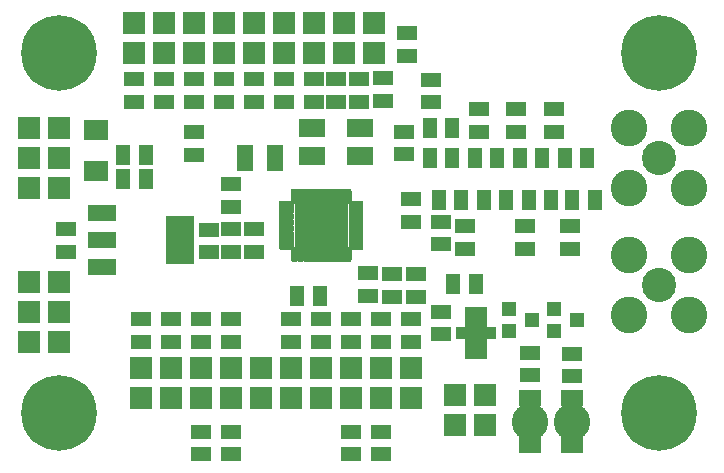
<source format=gbr>
G04 #@! TF.GenerationSoftware,KiCad,Pcbnew,(6.0.0-rc1-dev-1606-g4cd41e394)*
G04 #@! TF.CreationDate,2019-02-20T22:44:59+01:00
G04 #@! TF.ProjectId,ISM01A,49534d30-3141-42e6-9b69-6361645f7063,REV*
G04 #@! TF.SameCoordinates,Original*
G04 #@! TF.FileFunction,Soldermask,Bot*
G04 #@! TF.FilePolarity,Negative*
%FSLAX46Y46*%
G04 Gerber Fmt 4.6, Leading zero omitted, Abs format (unit mm)*
G04 Created by KiCad (PCBNEW (6.0.0-rc1-dev-1606-g4cd41e394)) date 20.02.2019 22:44:59*
%MOMM*%
%LPD*%
G04 APERTURE LIST*
%ADD10C,3.100000*%
%ADD11R,1.900000X1.450000*%
%ADD12R,1.289000X1.797000*%
%ADD13R,1.797000X1.289000*%
%ADD14R,1.900000X1.700000*%
%ADD15R,3.400000X1.100000*%
%ADD16R,2.100000X1.700000*%
%ADD17R,1.924000X1.924000*%
%ADD18C,6.400000*%
%ADD19R,2.200000X1.600000*%
%ADD20R,2.432000X4.057600*%
%ADD21R,2.432000X1.416000*%
%ADD22C,2.900000*%
%ADD23C,0.150000*%
%ADD24C,4.000000*%
%ADD25C,0.650000*%
%ADD26R,1.300000X1.200000*%
%ADD27R,1.400000X2.200000*%
G04 APERTURE END LIST*
D10*
X48514000Y4318000D03*
D11*
X48514000Y6318000D03*
X48514000Y2318000D03*
D10*
X44958000Y4318000D03*
D11*
X44958000Y6318000D03*
X44958000Y2318000D03*
D12*
X12446000Y24892000D03*
X10541000Y24892000D03*
X12446000Y26924000D03*
X10541000Y26924000D03*
D13*
X17780000Y20574000D03*
X17780000Y18669000D03*
X48387000Y18961100D03*
X48387000Y20866100D03*
X5715000Y18732500D03*
X5715000Y20637500D03*
X46990000Y28892500D03*
X46990000Y30797500D03*
X44577000Y20866100D03*
X44577000Y18961100D03*
X43815000Y30797500D03*
X43815000Y28892500D03*
X39497000Y18961100D03*
X39497000Y20866100D03*
X40640000Y28892500D03*
X40640000Y30797500D03*
X34925000Y21272500D03*
X34925000Y23177500D03*
D12*
X36512500Y26670000D03*
X38417500Y26670000D03*
D13*
X36576000Y31369000D03*
X36576000Y33274000D03*
X19685000Y18732500D03*
X19685000Y20637500D03*
X33274000Y14922500D03*
X33274000Y16827500D03*
X19685000Y22542500D03*
X19685000Y24447500D03*
X35306000Y16827500D03*
X35306000Y14922500D03*
X21590000Y18732500D03*
X21590000Y20637500D03*
X37465000Y11747500D03*
X37465000Y13652500D03*
X31242000Y16891000D03*
X31242000Y14986000D03*
D14*
X40386000Y13208000D03*
D15*
X40386000Y11858000D03*
D14*
X40386000Y10508000D03*
D13*
X32385000Y1587500D03*
X32385000Y3492500D03*
X29845000Y3492500D03*
X29845000Y1587500D03*
X30480000Y31432500D03*
X30480000Y33337500D03*
X34544000Y35306000D03*
X34544000Y37211000D03*
X19685000Y1587500D03*
X19685000Y3492500D03*
X17145000Y3492500D03*
X17145000Y1587500D03*
D16*
X8255000Y25555000D03*
X8255000Y29055000D03*
D17*
X2540000Y29210000D03*
X5080000Y29210000D03*
X2540000Y26670000D03*
X5080000Y26670000D03*
X2540000Y24130000D03*
X5080000Y24130000D03*
X5080000Y11049000D03*
X2540000Y11049000D03*
X5080000Y13589000D03*
X2540000Y13589000D03*
X5080000Y16129000D03*
X2540000Y16129000D03*
X19050000Y38100000D03*
X19050000Y35560000D03*
X21590000Y35560000D03*
X21590000Y38100000D03*
X24130000Y38100000D03*
X24130000Y35560000D03*
X26670000Y35560000D03*
X26670000Y38100000D03*
X24765000Y8890000D03*
X24765000Y6350000D03*
X19685000Y8890000D03*
X19685000Y6350000D03*
X17145000Y8890000D03*
X17145000Y6350000D03*
X14605000Y6350000D03*
X14605000Y8890000D03*
X12065000Y8890000D03*
X12065000Y6350000D03*
X11430000Y35560000D03*
X11430000Y38100000D03*
X13970000Y38100000D03*
X13970000Y35560000D03*
X34925000Y8890000D03*
X34925000Y6350000D03*
X16510000Y35560000D03*
X16510000Y38100000D03*
X27305000Y8890000D03*
X27305000Y6350000D03*
X32385000Y6350000D03*
X32385000Y8890000D03*
X29845000Y6350000D03*
X29845000Y8890000D03*
X29210000Y38100000D03*
X29210000Y35560000D03*
X31750000Y35560000D03*
X31750000Y38100000D03*
D12*
X50482500Y23114000D03*
X48577500Y23114000D03*
X49847500Y26670000D03*
X47942500Y26670000D03*
X44894500Y23088600D03*
X46799500Y23088600D03*
X46037500Y26670000D03*
X44132500Y26670000D03*
X41084500Y23088600D03*
X42989500Y23088600D03*
X40322500Y26670000D03*
X42227500Y26670000D03*
X37274500Y23088600D03*
X39179500Y23088600D03*
D13*
X37465000Y19367500D03*
X37465000Y21272500D03*
D12*
X38417500Y29210000D03*
X36512500Y29210000D03*
D13*
X34290000Y26987500D03*
X34290000Y28892500D03*
D18*
X5080000Y35560000D03*
X55880000Y5080000D03*
X5080000Y5080000D03*
X55880000Y35560000D03*
D12*
X38481000Y16002000D03*
X40386000Y16002000D03*
D13*
X19050000Y31432500D03*
X19050000Y33337500D03*
X21590000Y31432500D03*
X21590000Y33337500D03*
X24130000Y33337500D03*
X24130000Y31432500D03*
X26670000Y31432500D03*
X26670000Y33337500D03*
X24765000Y11112500D03*
X24765000Y13017500D03*
X19685000Y13017500D03*
X19685000Y11112500D03*
X17145000Y11112500D03*
X17145000Y13017500D03*
X14605000Y13017500D03*
X14605000Y11112500D03*
X12065000Y11112500D03*
X12065000Y13017500D03*
X11430000Y33337500D03*
X11430000Y31432500D03*
X13970000Y33337500D03*
X13970000Y31432500D03*
X34925000Y13017500D03*
X34925000Y11112500D03*
X16510000Y33337500D03*
X16510000Y31432500D03*
X27305000Y13017500D03*
X27305000Y11112500D03*
X32385000Y11112500D03*
X32385000Y13017500D03*
X29845000Y13017500D03*
X29845000Y11112500D03*
X28575000Y33337500D03*
X28575000Y31432500D03*
X32512000Y31496000D03*
X32512000Y33401000D03*
X16510000Y28829000D03*
X16510000Y26924000D03*
D12*
X27178000Y14986000D03*
X25273000Y14986000D03*
D13*
X48514000Y10096500D03*
X48514000Y8191500D03*
X44958000Y8255000D03*
X44958000Y10160000D03*
D19*
X30575000Y26810000D03*
X26575000Y26810000D03*
X26575000Y29210000D03*
X30575000Y29210000D03*
D20*
X15367000Y19685000D03*
D21*
X8763000Y19685000D03*
X8763000Y21971000D03*
X8763000Y17399000D03*
D22*
X55880000Y15875000D03*
D10*
X58420000Y13335000D03*
X53340000Y13335000D03*
X53340000Y18415000D03*
X58420000Y18415000D03*
X58420000Y29210000D03*
X53340000Y29210000D03*
X53340000Y24130000D03*
X58420000Y24130000D03*
D22*
X55880000Y26670000D03*
D23*
G36*
X29304451Y22953662D02*
G01*
X29331415Y22949663D01*
X29357858Y22943039D01*
X29383524Y22933856D01*
X29408167Y22922201D01*
X29431548Y22908186D01*
X29453443Y22891948D01*
X29473641Y22873641D01*
X29491948Y22853443D01*
X29508186Y22831548D01*
X29522201Y22808167D01*
X29533856Y22783524D01*
X29543039Y22757858D01*
X29549663Y22731415D01*
X29553662Y22704451D01*
X29555000Y22677224D01*
X29555000Y19232776D01*
X29553662Y19205549D01*
X29549663Y19178585D01*
X29543039Y19152142D01*
X29533856Y19126476D01*
X29522201Y19101833D01*
X29508186Y19078452D01*
X29491948Y19056557D01*
X29473641Y19036359D01*
X29453443Y19018052D01*
X29431548Y19001814D01*
X29408167Y18987799D01*
X29383524Y18976144D01*
X29357858Y18966961D01*
X29331415Y18960337D01*
X29304451Y18956338D01*
X29277224Y18955000D01*
X25332776Y18955000D01*
X25305549Y18956338D01*
X25278585Y18960337D01*
X25252142Y18966961D01*
X25226476Y18976144D01*
X25201833Y18987799D01*
X25178452Y19001814D01*
X25156557Y19018052D01*
X25136359Y19036359D01*
X25118052Y19056557D01*
X25101814Y19078452D01*
X25087799Y19101833D01*
X25076144Y19126476D01*
X25066961Y19152142D01*
X25060337Y19178585D01*
X25056338Y19205549D01*
X25055000Y19232776D01*
X25055000Y22677224D01*
X25056338Y22704451D01*
X25060337Y22731415D01*
X25066961Y22757858D01*
X25076144Y22783524D01*
X25087799Y22808167D01*
X25101814Y22831548D01*
X25118052Y22853443D01*
X25136359Y22873641D01*
X25156557Y22891948D01*
X25178452Y22908186D01*
X25201833Y22922201D01*
X25226476Y22933856D01*
X25252142Y22943039D01*
X25278585Y22949663D01*
X25305549Y22953662D01*
X25332776Y22955000D01*
X29277224Y22955000D01*
X29304451Y22953662D01*
X29304451Y22953662D01*
G37*
D24*
X27305000Y20955000D03*
D23*
G36*
X25233428Y24029218D02*
G01*
X25249202Y24026878D01*
X25264671Y24023003D01*
X25279686Y24017630D01*
X25294102Y24010812D01*
X25307780Y24002614D01*
X25320589Y23993114D01*
X25332405Y23982405D01*
X25343114Y23970589D01*
X25352614Y23957780D01*
X25360812Y23944102D01*
X25367630Y23929686D01*
X25373003Y23914671D01*
X25376878Y23899202D01*
X25379218Y23883428D01*
X25380000Y23867500D01*
X25380000Y22942500D01*
X25379218Y22926572D01*
X25376878Y22910798D01*
X25373003Y22895329D01*
X25367630Y22880314D01*
X25360812Y22865898D01*
X25352614Y22852220D01*
X25343114Y22839411D01*
X25332405Y22827595D01*
X25320589Y22816886D01*
X25307780Y22807386D01*
X25294102Y22799188D01*
X25279686Y22792370D01*
X25264671Y22786997D01*
X25249202Y22783122D01*
X25233428Y22780782D01*
X25217500Y22780000D01*
X24892500Y22780000D01*
X24876572Y22780782D01*
X24860798Y22783122D01*
X24845329Y22786997D01*
X24830314Y22792370D01*
X24815898Y22799188D01*
X24802220Y22807386D01*
X24789411Y22816886D01*
X24777595Y22827595D01*
X24766886Y22839411D01*
X24757386Y22852220D01*
X24749188Y22865898D01*
X24742370Y22880314D01*
X24736997Y22895329D01*
X24733122Y22910798D01*
X24730782Y22926572D01*
X24730000Y22942500D01*
X24730000Y23867500D01*
X24730782Y23883428D01*
X24733122Y23899202D01*
X24736997Y23914671D01*
X24742370Y23929686D01*
X24749188Y23944102D01*
X24757386Y23957780D01*
X24766886Y23970589D01*
X24777595Y23982405D01*
X24789411Y23993114D01*
X24802220Y24002614D01*
X24815898Y24010812D01*
X24830314Y24017630D01*
X24845329Y24023003D01*
X24860798Y24026878D01*
X24876572Y24029218D01*
X24892500Y24030000D01*
X25217500Y24030000D01*
X25233428Y24029218D01*
X25233428Y24029218D01*
G37*
D25*
X25055000Y23405000D03*
D23*
G36*
X25733428Y24029218D02*
G01*
X25749202Y24026878D01*
X25764671Y24023003D01*
X25779686Y24017630D01*
X25794102Y24010812D01*
X25807780Y24002614D01*
X25820589Y23993114D01*
X25832405Y23982405D01*
X25843114Y23970589D01*
X25852614Y23957780D01*
X25860812Y23944102D01*
X25867630Y23929686D01*
X25873003Y23914671D01*
X25876878Y23899202D01*
X25879218Y23883428D01*
X25880000Y23867500D01*
X25880000Y22942500D01*
X25879218Y22926572D01*
X25876878Y22910798D01*
X25873003Y22895329D01*
X25867630Y22880314D01*
X25860812Y22865898D01*
X25852614Y22852220D01*
X25843114Y22839411D01*
X25832405Y22827595D01*
X25820589Y22816886D01*
X25807780Y22807386D01*
X25794102Y22799188D01*
X25779686Y22792370D01*
X25764671Y22786997D01*
X25749202Y22783122D01*
X25733428Y22780782D01*
X25717500Y22780000D01*
X25392500Y22780000D01*
X25376572Y22780782D01*
X25360798Y22783122D01*
X25345329Y22786997D01*
X25330314Y22792370D01*
X25315898Y22799188D01*
X25302220Y22807386D01*
X25289411Y22816886D01*
X25277595Y22827595D01*
X25266886Y22839411D01*
X25257386Y22852220D01*
X25249188Y22865898D01*
X25242370Y22880314D01*
X25236997Y22895329D01*
X25233122Y22910798D01*
X25230782Y22926572D01*
X25230000Y22942500D01*
X25230000Y23867500D01*
X25230782Y23883428D01*
X25233122Y23899202D01*
X25236997Y23914671D01*
X25242370Y23929686D01*
X25249188Y23944102D01*
X25257386Y23957780D01*
X25266886Y23970589D01*
X25277595Y23982405D01*
X25289411Y23993114D01*
X25302220Y24002614D01*
X25315898Y24010812D01*
X25330314Y24017630D01*
X25345329Y24023003D01*
X25360798Y24026878D01*
X25376572Y24029218D01*
X25392500Y24030000D01*
X25717500Y24030000D01*
X25733428Y24029218D01*
X25733428Y24029218D01*
G37*
D25*
X25555000Y23405000D03*
D23*
G36*
X26233428Y24029218D02*
G01*
X26249202Y24026878D01*
X26264671Y24023003D01*
X26279686Y24017630D01*
X26294102Y24010812D01*
X26307780Y24002614D01*
X26320589Y23993114D01*
X26332405Y23982405D01*
X26343114Y23970589D01*
X26352614Y23957780D01*
X26360812Y23944102D01*
X26367630Y23929686D01*
X26373003Y23914671D01*
X26376878Y23899202D01*
X26379218Y23883428D01*
X26380000Y23867500D01*
X26380000Y22942500D01*
X26379218Y22926572D01*
X26376878Y22910798D01*
X26373003Y22895329D01*
X26367630Y22880314D01*
X26360812Y22865898D01*
X26352614Y22852220D01*
X26343114Y22839411D01*
X26332405Y22827595D01*
X26320589Y22816886D01*
X26307780Y22807386D01*
X26294102Y22799188D01*
X26279686Y22792370D01*
X26264671Y22786997D01*
X26249202Y22783122D01*
X26233428Y22780782D01*
X26217500Y22780000D01*
X25892500Y22780000D01*
X25876572Y22780782D01*
X25860798Y22783122D01*
X25845329Y22786997D01*
X25830314Y22792370D01*
X25815898Y22799188D01*
X25802220Y22807386D01*
X25789411Y22816886D01*
X25777595Y22827595D01*
X25766886Y22839411D01*
X25757386Y22852220D01*
X25749188Y22865898D01*
X25742370Y22880314D01*
X25736997Y22895329D01*
X25733122Y22910798D01*
X25730782Y22926572D01*
X25730000Y22942500D01*
X25730000Y23867500D01*
X25730782Y23883428D01*
X25733122Y23899202D01*
X25736997Y23914671D01*
X25742370Y23929686D01*
X25749188Y23944102D01*
X25757386Y23957780D01*
X25766886Y23970589D01*
X25777595Y23982405D01*
X25789411Y23993114D01*
X25802220Y24002614D01*
X25815898Y24010812D01*
X25830314Y24017630D01*
X25845329Y24023003D01*
X25860798Y24026878D01*
X25876572Y24029218D01*
X25892500Y24030000D01*
X26217500Y24030000D01*
X26233428Y24029218D01*
X26233428Y24029218D01*
G37*
D25*
X26055000Y23405000D03*
D23*
G36*
X26733428Y24029218D02*
G01*
X26749202Y24026878D01*
X26764671Y24023003D01*
X26779686Y24017630D01*
X26794102Y24010812D01*
X26807780Y24002614D01*
X26820589Y23993114D01*
X26832405Y23982405D01*
X26843114Y23970589D01*
X26852614Y23957780D01*
X26860812Y23944102D01*
X26867630Y23929686D01*
X26873003Y23914671D01*
X26876878Y23899202D01*
X26879218Y23883428D01*
X26880000Y23867500D01*
X26880000Y22942500D01*
X26879218Y22926572D01*
X26876878Y22910798D01*
X26873003Y22895329D01*
X26867630Y22880314D01*
X26860812Y22865898D01*
X26852614Y22852220D01*
X26843114Y22839411D01*
X26832405Y22827595D01*
X26820589Y22816886D01*
X26807780Y22807386D01*
X26794102Y22799188D01*
X26779686Y22792370D01*
X26764671Y22786997D01*
X26749202Y22783122D01*
X26733428Y22780782D01*
X26717500Y22780000D01*
X26392500Y22780000D01*
X26376572Y22780782D01*
X26360798Y22783122D01*
X26345329Y22786997D01*
X26330314Y22792370D01*
X26315898Y22799188D01*
X26302220Y22807386D01*
X26289411Y22816886D01*
X26277595Y22827595D01*
X26266886Y22839411D01*
X26257386Y22852220D01*
X26249188Y22865898D01*
X26242370Y22880314D01*
X26236997Y22895329D01*
X26233122Y22910798D01*
X26230782Y22926572D01*
X26230000Y22942500D01*
X26230000Y23867500D01*
X26230782Y23883428D01*
X26233122Y23899202D01*
X26236997Y23914671D01*
X26242370Y23929686D01*
X26249188Y23944102D01*
X26257386Y23957780D01*
X26266886Y23970589D01*
X26277595Y23982405D01*
X26289411Y23993114D01*
X26302220Y24002614D01*
X26315898Y24010812D01*
X26330314Y24017630D01*
X26345329Y24023003D01*
X26360798Y24026878D01*
X26376572Y24029218D01*
X26392500Y24030000D01*
X26717500Y24030000D01*
X26733428Y24029218D01*
X26733428Y24029218D01*
G37*
D25*
X26555000Y23405000D03*
D23*
G36*
X27233428Y24029218D02*
G01*
X27249202Y24026878D01*
X27264671Y24023003D01*
X27279686Y24017630D01*
X27294102Y24010812D01*
X27307780Y24002614D01*
X27320589Y23993114D01*
X27332405Y23982405D01*
X27343114Y23970589D01*
X27352614Y23957780D01*
X27360812Y23944102D01*
X27367630Y23929686D01*
X27373003Y23914671D01*
X27376878Y23899202D01*
X27379218Y23883428D01*
X27380000Y23867500D01*
X27380000Y22942500D01*
X27379218Y22926572D01*
X27376878Y22910798D01*
X27373003Y22895329D01*
X27367630Y22880314D01*
X27360812Y22865898D01*
X27352614Y22852220D01*
X27343114Y22839411D01*
X27332405Y22827595D01*
X27320589Y22816886D01*
X27307780Y22807386D01*
X27294102Y22799188D01*
X27279686Y22792370D01*
X27264671Y22786997D01*
X27249202Y22783122D01*
X27233428Y22780782D01*
X27217500Y22780000D01*
X26892500Y22780000D01*
X26876572Y22780782D01*
X26860798Y22783122D01*
X26845329Y22786997D01*
X26830314Y22792370D01*
X26815898Y22799188D01*
X26802220Y22807386D01*
X26789411Y22816886D01*
X26777595Y22827595D01*
X26766886Y22839411D01*
X26757386Y22852220D01*
X26749188Y22865898D01*
X26742370Y22880314D01*
X26736997Y22895329D01*
X26733122Y22910798D01*
X26730782Y22926572D01*
X26730000Y22942500D01*
X26730000Y23867500D01*
X26730782Y23883428D01*
X26733122Y23899202D01*
X26736997Y23914671D01*
X26742370Y23929686D01*
X26749188Y23944102D01*
X26757386Y23957780D01*
X26766886Y23970589D01*
X26777595Y23982405D01*
X26789411Y23993114D01*
X26802220Y24002614D01*
X26815898Y24010812D01*
X26830314Y24017630D01*
X26845329Y24023003D01*
X26860798Y24026878D01*
X26876572Y24029218D01*
X26892500Y24030000D01*
X27217500Y24030000D01*
X27233428Y24029218D01*
X27233428Y24029218D01*
G37*
D25*
X27055000Y23405000D03*
D23*
G36*
X27733428Y24029218D02*
G01*
X27749202Y24026878D01*
X27764671Y24023003D01*
X27779686Y24017630D01*
X27794102Y24010812D01*
X27807780Y24002614D01*
X27820589Y23993114D01*
X27832405Y23982405D01*
X27843114Y23970589D01*
X27852614Y23957780D01*
X27860812Y23944102D01*
X27867630Y23929686D01*
X27873003Y23914671D01*
X27876878Y23899202D01*
X27879218Y23883428D01*
X27880000Y23867500D01*
X27880000Y22942500D01*
X27879218Y22926572D01*
X27876878Y22910798D01*
X27873003Y22895329D01*
X27867630Y22880314D01*
X27860812Y22865898D01*
X27852614Y22852220D01*
X27843114Y22839411D01*
X27832405Y22827595D01*
X27820589Y22816886D01*
X27807780Y22807386D01*
X27794102Y22799188D01*
X27779686Y22792370D01*
X27764671Y22786997D01*
X27749202Y22783122D01*
X27733428Y22780782D01*
X27717500Y22780000D01*
X27392500Y22780000D01*
X27376572Y22780782D01*
X27360798Y22783122D01*
X27345329Y22786997D01*
X27330314Y22792370D01*
X27315898Y22799188D01*
X27302220Y22807386D01*
X27289411Y22816886D01*
X27277595Y22827595D01*
X27266886Y22839411D01*
X27257386Y22852220D01*
X27249188Y22865898D01*
X27242370Y22880314D01*
X27236997Y22895329D01*
X27233122Y22910798D01*
X27230782Y22926572D01*
X27230000Y22942500D01*
X27230000Y23867500D01*
X27230782Y23883428D01*
X27233122Y23899202D01*
X27236997Y23914671D01*
X27242370Y23929686D01*
X27249188Y23944102D01*
X27257386Y23957780D01*
X27266886Y23970589D01*
X27277595Y23982405D01*
X27289411Y23993114D01*
X27302220Y24002614D01*
X27315898Y24010812D01*
X27330314Y24017630D01*
X27345329Y24023003D01*
X27360798Y24026878D01*
X27376572Y24029218D01*
X27392500Y24030000D01*
X27717500Y24030000D01*
X27733428Y24029218D01*
X27733428Y24029218D01*
G37*
D25*
X27555000Y23405000D03*
D23*
G36*
X28233428Y24029218D02*
G01*
X28249202Y24026878D01*
X28264671Y24023003D01*
X28279686Y24017630D01*
X28294102Y24010812D01*
X28307780Y24002614D01*
X28320589Y23993114D01*
X28332405Y23982405D01*
X28343114Y23970589D01*
X28352614Y23957780D01*
X28360812Y23944102D01*
X28367630Y23929686D01*
X28373003Y23914671D01*
X28376878Y23899202D01*
X28379218Y23883428D01*
X28380000Y23867500D01*
X28380000Y22942500D01*
X28379218Y22926572D01*
X28376878Y22910798D01*
X28373003Y22895329D01*
X28367630Y22880314D01*
X28360812Y22865898D01*
X28352614Y22852220D01*
X28343114Y22839411D01*
X28332405Y22827595D01*
X28320589Y22816886D01*
X28307780Y22807386D01*
X28294102Y22799188D01*
X28279686Y22792370D01*
X28264671Y22786997D01*
X28249202Y22783122D01*
X28233428Y22780782D01*
X28217500Y22780000D01*
X27892500Y22780000D01*
X27876572Y22780782D01*
X27860798Y22783122D01*
X27845329Y22786997D01*
X27830314Y22792370D01*
X27815898Y22799188D01*
X27802220Y22807386D01*
X27789411Y22816886D01*
X27777595Y22827595D01*
X27766886Y22839411D01*
X27757386Y22852220D01*
X27749188Y22865898D01*
X27742370Y22880314D01*
X27736997Y22895329D01*
X27733122Y22910798D01*
X27730782Y22926572D01*
X27730000Y22942500D01*
X27730000Y23867500D01*
X27730782Y23883428D01*
X27733122Y23899202D01*
X27736997Y23914671D01*
X27742370Y23929686D01*
X27749188Y23944102D01*
X27757386Y23957780D01*
X27766886Y23970589D01*
X27777595Y23982405D01*
X27789411Y23993114D01*
X27802220Y24002614D01*
X27815898Y24010812D01*
X27830314Y24017630D01*
X27845329Y24023003D01*
X27860798Y24026878D01*
X27876572Y24029218D01*
X27892500Y24030000D01*
X28217500Y24030000D01*
X28233428Y24029218D01*
X28233428Y24029218D01*
G37*
D25*
X28055000Y23405000D03*
D23*
G36*
X28733428Y24029218D02*
G01*
X28749202Y24026878D01*
X28764671Y24023003D01*
X28779686Y24017630D01*
X28794102Y24010812D01*
X28807780Y24002614D01*
X28820589Y23993114D01*
X28832405Y23982405D01*
X28843114Y23970589D01*
X28852614Y23957780D01*
X28860812Y23944102D01*
X28867630Y23929686D01*
X28873003Y23914671D01*
X28876878Y23899202D01*
X28879218Y23883428D01*
X28880000Y23867500D01*
X28880000Y22942500D01*
X28879218Y22926572D01*
X28876878Y22910798D01*
X28873003Y22895329D01*
X28867630Y22880314D01*
X28860812Y22865898D01*
X28852614Y22852220D01*
X28843114Y22839411D01*
X28832405Y22827595D01*
X28820589Y22816886D01*
X28807780Y22807386D01*
X28794102Y22799188D01*
X28779686Y22792370D01*
X28764671Y22786997D01*
X28749202Y22783122D01*
X28733428Y22780782D01*
X28717500Y22780000D01*
X28392500Y22780000D01*
X28376572Y22780782D01*
X28360798Y22783122D01*
X28345329Y22786997D01*
X28330314Y22792370D01*
X28315898Y22799188D01*
X28302220Y22807386D01*
X28289411Y22816886D01*
X28277595Y22827595D01*
X28266886Y22839411D01*
X28257386Y22852220D01*
X28249188Y22865898D01*
X28242370Y22880314D01*
X28236997Y22895329D01*
X28233122Y22910798D01*
X28230782Y22926572D01*
X28230000Y22942500D01*
X28230000Y23867500D01*
X28230782Y23883428D01*
X28233122Y23899202D01*
X28236997Y23914671D01*
X28242370Y23929686D01*
X28249188Y23944102D01*
X28257386Y23957780D01*
X28266886Y23970589D01*
X28277595Y23982405D01*
X28289411Y23993114D01*
X28302220Y24002614D01*
X28315898Y24010812D01*
X28330314Y24017630D01*
X28345329Y24023003D01*
X28360798Y24026878D01*
X28376572Y24029218D01*
X28392500Y24030000D01*
X28717500Y24030000D01*
X28733428Y24029218D01*
X28733428Y24029218D01*
G37*
D25*
X28555000Y23405000D03*
D23*
G36*
X29233428Y24029218D02*
G01*
X29249202Y24026878D01*
X29264671Y24023003D01*
X29279686Y24017630D01*
X29294102Y24010812D01*
X29307780Y24002614D01*
X29320589Y23993114D01*
X29332405Y23982405D01*
X29343114Y23970589D01*
X29352614Y23957780D01*
X29360812Y23944102D01*
X29367630Y23929686D01*
X29373003Y23914671D01*
X29376878Y23899202D01*
X29379218Y23883428D01*
X29380000Y23867500D01*
X29380000Y22942500D01*
X29379218Y22926572D01*
X29376878Y22910798D01*
X29373003Y22895329D01*
X29367630Y22880314D01*
X29360812Y22865898D01*
X29352614Y22852220D01*
X29343114Y22839411D01*
X29332405Y22827595D01*
X29320589Y22816886D01*
X29307780Y22807386D01*
X29294102Y22799188D01*
X29279686Y22792370D01*
X29264671Y22786997D01*
X29249202Y22783122D01*
X29233428Y22780782D01*
X29217500Y22780000D01*
X28892500Y22780000D01*
X28876572Y22780782D01*
X28860798Y22783122D01*
X28845329Y22786997D01*
X28830314Y22792370D01*
X28815898Y22799188D01*
X28802220Y22807386D01*
X28789411Y22816886D01*
X28777595Y22827595D01*
X28766886Y22839411D01*
X28757386Y22852220D01*
X28749188Y22865898D01*
X28742370Y22880314D01*
X28736997Y22895329D01*
X28733122Y22910798D01*
X28730782Y22926572D01*
X28730000Y22942500D01*
X28730000Y23867500D01*
X28730782Y23883428D01*
X28733122Y23899202D01*
X28736997Y23914671D01*
X28742370Y23929686D01*
X28749188Y23944102D01*
X28757386Y23957780D01*
X28766886Y23970589D01*
X28777595Y23982405D01*
X28789411Y23993114D01*
X28802220Y24002614D01*
X28815898Y24010812D01*
X28830314Y24017630D01*
X28845329Y24023003D01*
X28860798Y24026878D01*
X28876572Y24029218D01*
X28892500Y24030000D01*
X29217500Y24030000D01*
X29233428Y24029218D01*
X29233428Y24029218D01*
G37*
D25*
X29055000Y23405000D03*
D23*
G36*
X29733428Y24029218D02*
G01*
X29749202Y24026878D01*
X29764671Y24023003D01*
X29779686Y24017630D01*
X29794102Y24010812D01*
X29807780Y24002614D01*
X29820589Y23993114D01*
X29832405Y23982405D01*
X29843114Y23970589D01*
X29852614Y23957780D01*
X29860812Y23944102D01*
X29867630Y23929686D01*
X29873003Y23914671D01*
X29876878Y23899202D01*
X29879218Y23883428D01*
X29880000Y23867500D01*
X29880000Y22942500D01*
X29879218Y22926572D01*
X29876878Y22910798D01*
X29873003Y22895329D01*
X29867630Y22880314D01*
X29860812Y22865898D01*
X29852614Y22852220D01*
X29843114Y22839411D01*
X29832405Y22827595D01*
X29820589Y22816886D01*
X29807780Y22807386D01*
X29794102Y22799188D01*
X29779686Y22792370D01*
X29764671Y22786997D01*
X29749202Y22783122D01*
X29733428Y22780782D01*
X29717500Y22780000D01*
X29392500Y22780000D01*
X29376572Y22780782D01*
X29360798Y22783122D01*
X29345329Y22786997D01*
X29330314Y22792370D01*
X29315898Y22799188D01*
X29302220Y22807386D01*
X29289411Y22816886D01*
X29277595Y22827595D01*
X29266886Y22839411D01*
X29257386Y22852220D01*
X29249188Y22865898D01*
X29242370Y22880314D01*
X29236997Y22895329D01*
X29233122Y22910798D01*
X29230782Y22926572D01*
X29230000Y22942500D01*
X29230000Y23867500D01*
X29230782Y23883428D01*
X29233122Y23899202D01*
X29236997Y23914671D01*
X29242370Y23929686D01*
X29249188Y23944102D01*
X29257386Y23957780D01*
X29266886Y23970589D01*
X29277595Y23982405D01*
X29289411Y23993114D01*
X29302220Y24002614D01*
X29315898Y24010812D01*
X29330314Y24017630D01*
X29345329Y24023003D01*
X29360798Y24026878D01*
X29376572Y24029218D01*
X29392500Y24030000D01*
X29717500Y24030000D01*
X29733428Y24029218D01*
X29733428Y24029218D01*
G37*
D25*
X29555000Y23405000D03*
D23*
G36*
X30733428Y23029218D02*
G01*
X30749202Y23026878D01*
X30764671Y23023003D01*
X30779686Y23017630D01*
X30794102Y23010812D01*
X30807780Y23002614D01*
X30820589Y22993114D01*
X30832405Y22982405D01*
X30843114Y22970589D01*
X30852614Y22957780D01*
X30860812Y22944102D01*
X30867630Y22929686D01*
X30873003Y22914671D01*
X30876878Y22899202D01*
X30879218Y22883428D01*
X30880000Y22867500D01*
X30880000Y22542500D01*
X30879218Y22526572D01*
X30876878Y22510798D01*
X30873003Y22495329D01*
X30867630Y22480314D01*
X30860812Y22465898D01*
X30852614Y22452220D01*
X30843114Y22439411D01*
X30832405Y22427595D01*
X30820589Y22416886D01*
X30807780Y22407386D01*
X30794102Y22399188D01*
X30779686Y22392370D01*
X30764671Y22386997D01*
X30749202Y22383122D01*
X30733428Y22380782D01*
X30717500Y22380000D01*
X29792500Y22380000D01*
X29776572Y22380782D01*
X29760798Y22383122D01*
X29745329Y22386997D01*
X29730314Y22392370D01*
X29715898Y22399188D01*
X29702220Y22407386D01*
X29689411Y22416886D01*
X29677595Y22427595D01*
X29666886Y22439411D01*
X29657386Y22452220D01*
X29649188Y22465898D01*
X29642370Y22480314D01*
X29636997Y22495329D01*
X29633122Y22510798D01*
X29630782Y22526572D01*
X29630000Y22542500D01*
X29630000Y22867500D01*
X29630782Y22883428D01*
X29633122Y22899202D01*
X29636997Y22914671D01*
X29642370Y22929686D01*
X29649188Y22944102D01*
X29657386Y22957780D01*
X29666886Y22970589D01*
X29677595Y22982405D01*
X29689411Y22993114D01*
X29702220Y23002614D01*
X29715898Y23010812D01*
X29730314Y23017630D01*
X29745329Y23023003D01*
X29760798Y23026878D01*
X29776572Y23029218D01*
X29792500Y23030000D01*
X30717500Y23030000D01*
X30733428Y23029218D01*
X30733428Y23029218D01*
G37*
D25*
X30255000Y22705000D03*
D23*
G36*
X30733428Y22529218D02*
G01*
X30749202Y22526878D01*
X30764671Y22523003D01*
X30779686Y22517630D01*
X30794102Y22510812D01*
X30807780Y22502614D01*
X30820589Y22493114D01*
X30832405Y22482405D01*
X30843114Y22470589D01*
X30852614Y22457780D01*
X30860812Y22444102D01*
X30867630Y22429686D01*
X30873003Y22414671D01*
X30876878Y22399202D01*
X30879218Y22383428D01*
X30880000Y22367500D01*
X30880000Y22042500D01*
X30879218Y22026572D01*
X30876878Y22010798D01*
X30873003Y21995329D01*
X30867630Y21980314D01*
X30860812Y21965898D01*
X30852614Y21952220D01*
X30843114Y21939411D01*
X30832405Y21927595D01*
X30820589Y21916886D01*
X30807780Y21907386D01*
X30794102Y21899188D01*
X30779686Y21892370D01*
X30764671Y21886997D01*
X30749202Y21883122D01*
X30733428Y21880782D01*
X30717500Y21880000D01*
X29792500Y21880000D01*
X29776572Y21880782D01*
X29760798Y21883122D01*
X29745329Y21886997D01*
X29730314Y21892370D01*
X29715898Y21899188D01*
X29702220Y21907386D01*
X29689411Y21916886D01*
X29677595Y21927595D01*
X29666886Y21939411D01*
X29657386Y21952220D01*
X29649188Y21965898D01*
X29642370Y21980314D01*
X29636997Y21995329D01*
X29633122Y22010798D01*
X29630782Y22026572D01*
X29630000Y22042500D01*
X29630000Y22367500D01*
X29630782Y22383428D01*
X29633122Y22399202D01*
X29636997Y22414671D01*
X29642370Y22429686D01*
X29649188Y22444102D01*
X29657386Y22457780D01*
X29666886Y22470589D01*
X29677595Y22482405D01*
X29689411Y22493114D01*
X29702220Y22502614D01*
X29715898Y22510812D01*
X29730314Y22517630D01*
X29745329Y22523003D01*
X29760798Y22526878D01*
X29776572Y22529218D01*
X29792500Y22530000D01*
X30717500Y22530000D01*
X30733428Y22529218D01*
X30733428Y22529218D01*
G37*
D25*
X30255000Y22205000D03*
D23*
G36*
X30733428Y22029218D02*
G01*
X30749202Y22026878D01*
X30764671Y22023003D01*
X30779686Y22017630D01*
X30794102Y22010812D01*
X30807780Y22002614D01*
X30820589Y21993114D01*
X30832405Y21982405D01*
X30843114Y21970589D01*
X30852614Y21957780D01*
X30860812Y21944102D01*
X30867630Y21929686D01*
X30873003Y21914671D01*
X30876878Y21899202D01*
X30879218Y21883428D01*
X30880000Y21867500D01*
X30880000Y21542500D01*
X30879218Y21526572D01*
X30876878Y21510798D01*
X30873003Y21495329D01*
X30867630Y21480314D01*
X30860812Y21465898D01*
X30852614Y21452220D01*
X30843114Y21439411D01*
X30832405Y21427595D01*
X30820589Y21416886D01*
X30807780Y21407386D01*
X30794102Y21399188D01*
X30779686Y21392370D01*
X30764671Y21386997D01*
X30749202Y21383122D01*
X30733428Y21380782D01*
X30717500Y21380000D01*
X29792500Y21380000D01*
X29776572Y21380782D01*
X29760798Y21383122D01*
X29745329Y21386997D01*
X29730314Y21392370D01*
X29715898Y21399188D01*
X29702220Y21407386D01*
X29689411Y21416886D01*
X29677595Y21427595D01*
X29666886Y21439411D01*
X29657386Y21452220D01*
X29649188Y21465898D01*
X29642370Y21480314D01*
X29636997Y21495329D01*
X29633122Y21510798D01*
X29630782Y21526572D01*
X29630000Y21542500D01*
X29630000Y21867500D01*
X29630782Y21883428D01*
X29633122Y21899202D01*
X29636997Y21914671D01*
X29642370Y21929686D01*
X29649188Y21944102D01*
X29657386Y21957780D01*
X29666886Y21970589D01*
X29677595Y21982405D01*
X29689411Y21993114D01*
X29702220Y22002614D01*
X29715898Y22010812D01*
X29730314Y22017630D01*
X29745329Y22023003D01*
X29760798Y22026878D01*
X29776572Y22029218D01*
X29792500Y22030000D01*
X30717500Y22030000D01*
X30733428Y22029218D01*
X30733428Y22029218D01*
G37*
D25*
X30255000Y21705000D03*
D23*
G36*
X30733428Y21529218D02*
G01*
X30749202Y21526878D01*
X30764671Y21523003D01*
X30779686Y21517630D01*
X30794102Y21510812D01*
X30807780Y21502614D01*
X30820589Y21493114D01*
X30832405Y21482405D01*
X30843114Y21470589D01*
X30852614Y21457780D01*
X30860812Y21444102D01*
X30867630Y21429686D01*
X30873003Y21414671D01*
X30876878Y21399202D01*
X30879218Y21383428D01*
X30880000Y21367500D01*
X30880000Y21042500D01*
X30879218Y21026572D01*
X30876878Y21010798D01*
X30873003Y20995329D01*
X30867630Y20980314D01*
X30860812Y20965898D01*
X30852614Y20952220D01*
X30843114Y20939411D01*
X30832405Y20927595D01*
X30820589Y20916886D01*
X30807780Y20907386D01*
X30794102Y20899188D01*
X30779686Y20892370D01*
X30764671Y20886997D01*
X30749202Y20883122D01*
X30733428Y20880782D01*
X30717500Y20880000D01*
X29792500Y20880000D01*
X29776572Y20880782D01*
X29760798Y20883122D01*
X29745329Y20886997D01*
X29730314Y20892370D01*
X29715898Y20899188D01*
X29702220Y20907386D01*
X29689411Y20916886D01*
X29677595Y20927595D01*
X29666886Y20939411D01*
X29657386Y20952220D01*
X29649188Y20965898D01*
X29642370Y20980314D01*
X29636997Y20995329D01*
X29633122Y21010798D01*
X29630782Y21026572D01*
X29630000Y21042500D01*
X29630000Y21367500D01*
X29630782Y21383428D01*
X29633122Y21399202D01*
X29636997Y21414671D01*
X29642370Y21429686D01*
X29649188Y21444102D01*
X29657386Y21457780D01*
X29666886Y21470589D01*
X29677595Y21482405D01*
X29689411Y21493114D01*
X29702220Y21502614D01*
X29715898Y21510812D01*
X29730314Y21517630D01*
X29745329Y21523003D01*
X29760798Y21526878D01*
X29776572Y21529218D01*
X29792500Y21530000D01*
X30717500Y21530000D01*
X30733428Y21529218D01*
X30733428Y21529218D01*
G37*
D25*
X30255000Y21205000D03*
D23*
G36*
X30733428Y21029218D02*
G01*
X30749202Y21026878D01*
X30764671Y21023003D01*
X30779686Y21017630D01*
X30794102Y21010812D01*
X30807780Y21002614D01*
X30820589Y20993114D01*
X30832405Y20982405D01*
X30843114Y20970589D01*
X30852614Y20957780D01*
X30860812Y20944102D01*
X30867630Y20929686D01*
X30873003Y20914671D01*
X30876878Y20899202D01*
X30879218Y20883428D01*
X30880000Y20867500D01*
X30880000Y20542500D01*
X30879218Y20526572D01*
X30876878Y20510798D01*
X30873003Y20495329D01*
X30867630Y20480314D01*
X30860812Y20465898D01*
X30852614Y20452220D01*
X30843114Y20439411D01*
X30832405Y20427595D01*
X30820589Y20416886D01*
X30807780Y20407386D01*
X30794102Y20399188D01*
X30779686Y20392370D01*
X30764671Y20386997D01*
X30749202Y20383122D01*
X30733428Y20380782D01*
X30717500Y20380000D01*
X29792500Y20380000D01*
X29776572Y20380782D01*
X29760798Y20383122D01*
X29745329Y20386997D01*
X29730314Y20392370D01*
X29715898Y20399188D01*
X29702220Y20407386D01*
X29689411Y20416886D01*
X29677595Y20427595D01*
X29666886Y20439411D01*
X29657386Y20452220D01*
X29649188Y20465898D01*
X29642370Y20480314D01*
X29636997Y20495329D01*
X29633122Y20510798D01*
X29630782Y20526572D01*
X29630000Y20542500D01*
X29630000Y20867500D01*
X29630782Y20883428D01*
X29633122Y20899202D01*
X29636997Y20914671D01*
X29642370Y20929686D01*
X29649188Y20944102D01*
X29657386Y20957780D01*
X29666886Y20970589D01*
X29677595Y20982405D01*
X29689411Y20993114D01*
X29702220Y21002614D01*
X29715898Y21010812D01*
X29730314Y21017630D01*
X29745329Y21023003D01*
X29760798Y21026878D01*
X29776572Y21029218D01*
X29792500Y21030000D01*
X30717500Y21030000D01*
X30733428Y21029218D01*
X30733428Y21029218D01*
G37*
D25*
X30255000Y20705000D03*
D23*
G36*
X30733428Y20529218D02*
G01*
X30749202Y20526878D01*
X30764671Y20523003D01*
X30779686Y20517630D01*
X30794102Y20510812D01*
X30807780Y20502614D01*
X30820589Y20493114D01*
X30832405Y20482405D01*
X30843114Y20470589D01*
X30852614Y20457780D01*
X30860812Y20444102D01*
X30867630Y20429686D01*
X30873003Y20414671D01*
X30876878Y20399202D01*
X30879218Y20383428D01*
X30880000Y20367500D01*
X30880000Y20042500D01*
X30879218Y20026572D01*
X30876878Y20010798D01*
X30873003Y19995329D01*
X30867630Y19980314D01*
X30860812Y19965898D01*
X30852614Y19952220D01*
X30843114Y19939411D01*
X30832405Y19927595D01*
X30820589Y19916886D01*
X30807780Y19907386D01*
X30794102Y19899188D01*
X30779686Y19892370D01*
X30764671Y19886997D01*
X30749202Y19883122D01*
X30733428Y19880782D01*
X30717500Y19880000D01*
X29792500Y19880000D01*
X29776572Y19880782D01*
X29760798Y19883122D01*
X29745329Y19886997D01*
X29730314Y19892370D01*
X29715898Y19899188D01*
X29702220Y19907386D01*
X29689411Y19916886D01*
X29677595Y19927595D01*
X29666886Y19939411D01*
X29657386Y19952220D01*
X29649188Y19965898D01*
X29642370Y19980314D01*
X29636997Y19995329D01*
X29633122Y20010798D01*
X29630782Y20026572D01*
X29630000Y20042500D01*
X29630000Y20367500D01*
X29630782Y20383428D01*
X29633122Y20399202D01*
X29636997Y20414671D01*
X29642370Y20429686D01*
X29649188Y20444102D01*
X29657386Y20457780D01*
X29666886Y20470589D01*
X29677595Y20482405D01*
X29689411Y20493114D01*
X29702220Y20502614D01*
X29715898Y20510812D01*
X29730314Y20517630D01*
X29745329Y20523003D01*
X29760798Y20526878D01*
X29776572Y20529218D01*
X29792500Y20530000D01*
X30717500Y20530000D01*
X30733428Y20529218D01*
X30733428Y20529218D01*
G37*
D25*
X30255000Y20205000D03*
D23*
G36*
X30733428Y20029218D02*
G01*
X30749202Y20026878D01*
X30764671Y20023003D01*
X30779686Y20017630D01*
X30794102Y20010812D01*
X30807780Y20002614D01*
X30820589Y19993114D01*
X30832405Y19982405D01*
X30843114Y19970589D01*
X30852614Y19957780D01*
X30860812Y19944102D01*
X30867630Y19929686D01*
X30873003Y19914671D01*
X30876878Y19899202D01*
X30879218Y19883428D01*
X30880000Y19867500D01*
X30880000Y19542500D01*
X30879218Y19526572D01*
X30876878Y19510798D01*
X30873003Y19495329D01*
X30867630Y19480314D01*
X30860812Y19465898D01*
X30852614Y19452220D01*
X30843114Y19439411D01*
X30832405Y19427595D01*
X30820589Y19416886D01*
X30807780Y19407386D01*
X30794102Y19399188D01*
X30779686Y19392370D01*
X30764671Y19386997D01*
X30749202Y19383122D01*
X30733428Y19380782D01*
X30717500Y19380000D01*
X29792500Y19380000D01*
X29776572Y19380782D01*
X29760798Y19383122D01*
X29745329Y19386997D01*
X29730314Y19392370D01*
X29715898Y19399188D01*
X29702220Y19407386D01*
X29689411Y19416886D01*
X29677595Y19427595D01*
X29666886Y19439411D01*
X29657386Y19452220D01*
X29649188Y19465898D01*
X29642370Y19480314D01*
X29636997Y19495329D01*
X29633122Y19510798D01*
X29630782Y19526572D01*
X29630000Y19542500D01*
X29630000Y19867500D01*
X29630782Y19883428D01*
X29633122Y19899202D01*
X29636997Y19914671D01*
X29642370Y19929686D01*
X29649188Y19944102D01*
X29657386Y19957780D01*
X29666886Y19970589D01*
X29677595Y19982405D01*
X29689411Y19993114D01*
X29702220Y20002614D01*
X29715898Y20010812D01*
X29730314Y20017630D01*
X29745329Y20023003D01*
X29760798Y20026878D01*
X29776572Y20029218D01*
X29792500Y20030000D01*
X30717500Y20030000D01*
X30733428Y20029218D01*
X30733428Y20029218D01*
G37*
D25*
X30255000Y19705000D03*
D23*
G36*
X30733428Y19529218D02*
G01*
X30749202Y19526878D01*
X30764671Y19523003D01*
X30779686Y19517630D01*
X30794102Y19510812D01*
X30807780Y19502614D01*
X30820589Y19493114D01*
X30832405Y19482405D01*
X30843114Y19470589D01*
X30852614Y19457780D01*
X30860812Y19444102D01*
X30867630Y19429686D01*
X30873003Y19414671D01*
X30876878Y19399202D01*
X30879218Y19383428D01*
X30880000Y19367500D01*
X30880000Y19042500D01*
X30879218Y19026572D01*
X30876878Y19010798D01*
X30873003Y18995329D01*
X30867630Y18980314D01*
X30860812Y18965898D01*
X30852614Y18952220D01*
X30843114Y18939411D01*
X30832405Y18927595D01*
X30820589Y18916886D01*
X30807780Y18907386D01*
X30794102Y18899188D01*
X30779686Y18892370D01*
X30764671Y18886997D01*
X30749202Y18883122D01*
X30733428Y18880782D01*
X30717500Y18880000D01*
X29792500Y18880000D01*
X29776572Y18880782D01*
X29760798Y18883122D01*
X29745329Y18886997D01*
X29730314Y18892370D01*
X29715898Y18899188D01*
X29702220Y18907386D01*
X29689411Y18916886D01*
X29677595Y18927595D01*
X29666886Y18939411D01*
X29657386Y18952220D01*
X29649188Y18965898D01*
X29642370Y18980314D01*
X29636997Y18995329D01*
X29633122Y19010798D01*
X29630782Y19026572D01*
X29630000Y19042500D01*
X29630000Y19367500D01*
X29630782Y19383428D01*
X29633122Y19399202D01*
X29636997Y19414671D01*
X29642370Y19429686D01*
X29649188Y19444102D01*
X29657386Y19457780D01*
X29666886Y19470589D01*
X29677595Y19482405D01*
X29689411Y19493114D01*
X29702220Y19502614D01*
X29715898Y19510812D01*
X29730314Y19517630D01*
X29745329Y19523003D01*
X29760798Y19526878D01*
X29776572Y19529218D01*
X29792500Y19530000D01*
X30717500Y19530000D01*
X30733428Y19529218D01*
X30733428Y19529218D01*
G37*
D25*
X30255000Y19205000D03*
D23*
G36*
X29733428Y19129218D02*
G01*
X29749202Y19126878D01*
X29764671Y19123003D01*
X29779686Y19117630D01*
X29794102Y19110812D01*
X29807780Y19102614D01*
X29820589Y19093114D01*
X29832405Y19082405D01*
X29843114Y19070589D01*
X29852614Y19057780D01*
X29860812Y19044102D01*
X29867630Y19029686D01*
X29873003Y19014671D01*
X29876878Y18999202D01*
X29879218Y18983428D01*
X29880000Y18967500D01*
X29880000Y18042500D01*
X29879218Y18026572D01*
X29876878Y18010798D01*
X29873003Y17995329D01*
X29867630Y17980314D01*
X29860812Y17965898D01*
X29852614Y17952220D01*
X29843114Y17939411D01*
X29832405Y17927595D01*
X29820589Y17916886D01*
X29807780Y17907386D01*
X29794102Y17899188D01*
X29779686Y17892370D01*
X29764671Y17886997D01*
X29749202Y17883122D01*
X29733428Y17880782D01*
X29717500Y17880000D01*
X29392500Y17880000D01*
X29376572Y17880782D01*
X29360798Y17883122D01*
X29345329Y17886997D01*
X29330314Y17892370D01*
X29315898Y17899188D01*
X29302220Y17907386D01*
X29289411Y17916886D01*
X29277595Y17927595D01*
X29266886Y17939411D01*
X29257386Y17952220D01*
X29249188Y17965898D01*
X29242370Y17980314D01*
X29236997Y17995329D01*
X29233122Y18010798D01*
X29230782Y18026572D01*
X29230000Y18042500D01*
X29230000Y18967500D01*
X29230782Y18983428D01*
X29233122Y18999202D01*
X29236997Y19014671D01*
X29242370Y19029686D01*
X29249188Y19044102D01*
X29257386Y19057780D01*
X29266886Y19070589D01*
X29277595Y19082405D01*
X29289411Y19093114D01*
X29302220Y19102614D01*
X29315898Y19110812D01*
X29330314Y19117630D01*
X29345329Y19123003D01*
X29360798Y19126878D01*
X29376572Y19129218D01*
X29392500Y19130000D01*
X29717500Y19130000D01*
X29733428Y19129218D01*
X29733428Y19129218D01*
G37*
D25*
X29555000Y18505000D03*
D23*
G36*
X29233428Y19129218D02*
G01*
X29249202Y19126878D01*
X29264671Y19123003D01*
X29279686Y19117630D01*
X29294102Y19110812D01*
X29307780Y19102614D01*
X29320589Y19093114D01*
X29332405Y19082405D01*
X29343114Y19070589D01*
X29352614Y19057780D01*
X29360812Y19044102D01*
X29367630Y19029686D01*
X29373003Y19014671D01*
X29376878Y18999202D01*
X29379218Y18983428D01*
X29380000Y18967500D01*
X29380000Y18042500D01*
X29379218Y18026572D01*
X29376878Y18010798D01*
X29373003Y17995329D01*
X29367630Y17980314D01*
X29360812Y17965898D01*
X29352614Y17952220D01*
X29343114Y17939411D01*
X29332405Y17927595D01*
X29320589Y17916886D01*
X29307780Y17907386D01*
X29294102Y17899188D01*
X29279686Y17892370D01*
X29264671Y17886997D01*
X29249202Y17883122D01*
X29233428Y17880782D01*
X29217500Y17880000D01*
X28892500Y17880000D01*
X28876572Y17880782D01*
X28860798Y17883122D01*
X28845329Y17886997D01*
X28830314Y17892370D01*
X28815898Y17899188D01*
X28802220Y17907386D01*
X28789411Y17916886D01*
X28777595Y17927595D01*
X28766886Y17939411D01*
X28757386Y17952220D01*
X28749188Y17965898D01*
X28742370Y17980314D01*
X28736997Y17995329D01*
X28733122Y18010798D01*
X28730782Y18026572D01*
X28730000Y18042500D01*
X28730000Y18967500D01*
X28730782Y18983428D01*
X28733122Y18999202D01*
X28736997Y19014671D01*
X28742370Y19029686D01*
X28749188Y19044102D01*
X28757386Y19057780D01*
X28766886Y19070589D01*
X28777595Y19082405D01*
X28789411Y19093114D01*
X28802220Y19102614D01*
X28815898Y19110812D01*
X28830314Y19117630D01*
X28845329Y19123003D01*
X28860798Y19126878D01*
X28876572Y19129218D01*
X28892500Y19130000D01*
X29217500Y19130000D01*
X29233428Y19129218D01*
X29233428Y19129218D01*
G37*
D25*
X29055000Y18505000D03*
D23*
G36*
X28733428Y19129218D02*
G01*
X28749202Y19126878D01*
X28764671Y19123003D01*
X28779686Y19117630D01*
X28794102Y19110812D01*
X28807780Y19102614D01*
X28820589Y19093114D01*
X28832405Y19082405D01*
X28843114Y19070589D01*
X28852614Y19057780D01*
X28860812Y19044102D01*
X28867630Y19029686D01*
X28873003Y19014671D01*
X28876878Y18999202D01*
X28879218Y18983428D01*
X28880000Y18967500D01*
X28880000Y18042500D01*
X28879218Y18026572D01*
X28876878Y18010798D01*
X28873003Y17995329D01*
X28867630Y17980314D01*
X28860812Y17965898D01*
X28852614Y17952220D01*
X28843114Y17939411D01*
X28832405Y17927595D01*
X28820589Y17916886D01*
X28807780Y17907386D01*
X28794102Y17899188D01*
X28779686Y17892370D01*
X28764671Y17886997D01*
X28749202Y17883122D01*
X28733428Y17880782D01*
X28717500Y17880000D01*
X28392500Y17880000D01*
X28376572Y17880782D01*
X28360798Y17883122D01*
X28345329Y17886997D01*
X28330314Y17892370D01*
X28315898Y17899188D01*
X28302220Y17907386D01*
X28289411Y17916886D01*
X28277595Y17927595D01*
X28266886Y17939411D01*
X28257386Y17952220D01*
X28249188Y17965898D01*
X28242370Y17980314D01*
X28236997Y17995329D01*
X28233122Y18010798D01*
X28230782Y18026572D01*
X28230000Y18042500D01*
X28230000Y18967500D01*
X28230782Y18983428D01*
X28233122Y18999202D01*
X28236997Y19014671D01*
X28242370Y19029686D01*
X28249188Y19044102D01*
X28257386Y19057780D01*
X28266886Y19070589D01*
X28277595Y19082405D01*
X28289411Y19093114D01*
X28302220Y19102614D01*
X28315898Y19110812D01*
X28330314Y19117630D01*
X28345329Y19123003D01*
X28360798Y19126878D01*
X28376572Y19129218D01*
X28392500Y19130000D01*
X28717500Y19130000D01*
X28733428Y19129218D01*
X28733428Y19129218D01*
G37*
D25*
X28555000Y18505000D03*
D23*
G36*
X28233428Y19129218D02*
G01*
X28249202Y19126878D01*
X28264671Y19123003D01*
X28279686Y19117630D01*
X28294102Y19110812D01*
X28307780Y19102614D01*
X28320589Y19093114D01*
X28332405Y19082405D01*
X28343114Y19070589D01*
X28352614Y19057780D01*
X28360812Y19044102D01*
X28367630Y19029686D01*
X28373003Y19014671D01*
X28376878Y18999202D01*
X28379218Y18983428D01*
X28380000Y18967500D01*
X28380000Y18042500D01*
X28379218Y18026572D01*
X28376878Y18010798D01*
X28373003Y17995329D01*
X28367630Y17980314D01*
X28360812Y17965898D01*
X28352614Y17952220D01*
X28343114Y17939411D01*
X28332405Y17927595D01*
X28320589Y17916886D01*
X28307780Y17907386D01*
X28294102Y17899188D01*
X28279686Y17892370D01*
X28264671Y17886997D01*
X28249202Y17883122D01*
X28233428Y17880782D01*
X28217500Y17880000D01*
X27892500Y17880000D01*
X27876572Y17880782D01*
X27860798Y17883122D01*
X27845329Y17886997D01*
X27830314Y17892370D01*
X27815898Y17899188D01*
X27802220Y17907386D01*
X27789411Y17916886D01*
X27777595Y17927595D01*
X27766886Y17939411D01*
X27757386Y17952220D01*
X27749188Y17965898D01*
X27742370Y17980314D01*
X27736997Y17995329D01*
X27733122Y18010798D01*
X27730782Y18026572D01*
X27730000Y18042500D01*
X27730000Y18967500D01*
X27730782Y18983428D01*
X27733122Y18999202D01*
X27736997Y19014671D01*
X27742370Y19029686D01*
X27749188Y19044102D01*
X27757386Y19057780D01*
X27766886Y19070589D01*
X27777595Y19082405D01*
X27789411Y19093114D01*
X27802220Y19102614D01*
X27815898Y19110812D01*
X27830314Y19117630D01*
X27845329Y19123003D01*
X27860798Y19126878D01*
X27876572Y19129218D01*
X27892500Y19130000D01*
X28217500Y19130000D01*
X28233428Y19129218D01*
X28233428Y19129218D01*
G37*
D25*
X28055000Y18505000D03*
D23*
G36*
X27733428Y19129218D02*
G01*
X27749202Y19126878D01*
X27764671Y19123003D01*
X27779686Y19117630D01*
X27794102Y19110812D01*
X27807780Y19102614D01*
X27820589Y19093114D01*
X27832405Y19082405D01*
X27843114Y19070589D01*
X27852614Y19057780D01*
X27860812Y19044102D01*
X27867630Y19029686D01*
X27873003Y19014671D01*
X27876878Y18999202D01*
X27879218Y18983428D01*
X27880000Y18967500D01*
X27880000Y18042500D01*
X27879218Y18026572D01*
X27876878Y18010798D01*
X27873003Y17995329D01*
X27867630Y17980314D01*
X27860812Y17965898D01*
X27852614Y17952220D01*
X27843114Y17939411D01*
X27832405Y17927595D01*
X27820589Y17916886D01*
X27807780Y17907386D01*
X27794102Y17899188D01*
X27779686Y17892370D01*
X27764671Y17886997D01*
X27749202Y17883122D01*
X27733428Y17880782D01*
X27717500Y17880000D01*
X27392500Y17880000D01*
X27376572Y17880782D01*
X27360798Y17883122D01*
X27345329Y17886997D01*
X27330314Y17892370D01*
X27315898Y17899188D01*
X27302220Y17907386D01*
X27289411Y17916886D01*
X27277595Y17927595D01*
X27266886Y17939411D01*
X27257386Y17952220D01*
X27249188Y17965898D01*
X27242370Y17980314D01*
X27236997Y17995329D01*
X27233122Y18010798D01*
X27230782Y18026572D01*
X27230000Y18042500D01*
X27230000Y18967500D01*
X27230782Y18983428D01*
X27233122Y18999202D01*
X27236997Y19014671D01*
X27242370Y19029686D01*
X27249188Y19044102D01*
X27257386Y19057780D01*
X27266886Y19070589D01*
X27277595Y19082405D01*
X27289411Y19093114D01*
X27302220Y19102614D01*
X27315898Y19110812D01*
X27330314Y19117630D01*
X27345329Y19123003D01*
X27360798Y19126878D01*
X27376572Y19129218D01*
X27392500Y19130000D01*
X27717500Y19130000D01*
X27733428Y19129218D01*
X27733428Y19129218D01*
G37*
D25*
X27555000Y18505000D03*
D23*
G36*
X27233428Y19129218D02*
G01*
X27249202Y19126878D01*
X27264671Y19123003D01*
X27279686Y19117630D01*
X27294102Y19110812D01*
X27307780Y19102614D01*
X27320589Y19093114D01*
X27332405Y19082405D01*
X27343114Y19070589D01*
X27352614Y19057780D01*
X27360812Y19044102D01*
X27367630Y19029686D01*
X27373003Y19014671D01*
X27376878Y18999202D01*
X27379218Y18983428D01*
X27380000Y18967500D01*
X27380000Y18042500D01*
X27379218Y18026572D01*
X27376878Y18010798D01*
X27373003Y17995329D01*
X27367630Y17980314D01*
X27360812Y17965898D01*
X27352614Y17952220D01*
X27343114Y17939411D01*
X27332405Y17927595D01*
X27320589Y17916886D01*
X27307780Y17907386D01*
X27294102Y17899188D01*
X27279686Y17892370D01*
X27264671Y17886997D01*
X27249202Y17883122D01*
X27233428Y17880782D01*
X27217500Y17880000D01*
X26892500Y17880000D01*
X26876572Y17880782D01*
X26860798Y17883122D01*
X26845329Y17886997D01*
X26830314Y17892370D01*
X26815898Y17899188D01*
X26802220Y17907386D01*
X26789411Y17916886D01*
X26777595Y17927595D01*
X26766886Y17939411D01*
X26757386Y17952220D01*
X26749188Y17965898D01*
X26742370Y17980314D01*
X26736997Y17995329D01*
X26733122Y18010798D01*
X26730782Y18026572D01*
X26730000Y18042500D01*
X26730000Y18967500D01*
X26730782Y18983428D01*
X26733122Y18999202D01*
X26736997Y19014671D01*
X26742370Y19029686D01*
X26749188Y19044102D01*
X26757386Y19057780D01*
X26766886Y19070589D01*
X26777595Y19082405D01*
X26789411Y19093114D01*
X26802220Y19102614D01*
X26815898Y19110812D01*
X26830314Y19117630D01*
X26845329Y19123003D01*
X26860798Y19126878D01*
X26876572Y19129218D01*
X26892500Y19130000D01*
X27217500Y19130000D01*
X27233428Y19129218D01*
X27233428Y19129218D01*
G37*
D25*
X27055000Y18505000D03*
D23*
G36*
X26733428Y19129218D02*
G01*
X26749202Y19126878D01*
X26764671Y19123003D01*
X26779686Y19117630D01*
X26794102Y19110812D01*
X26807780Y19102614D01*
X26820589Y19093114D01*
X26832405Y19082405D01*
X26843114Y19070589D01*
X26852614Y19057780D01*
X26860812Y19044102D01*
X26867630Y19029686D01*
X26873003Y19014671D01*
X26876878Y18999202D01*
X26879218Y18983428D01*
X26880000Y18967500D01*
X26880000Y18042500D01*
X26879218Y18026572D01*
X26876878Y18010798D01*
X26873003Y17995329D01*
X26867630Y17980314D01*
X26860812Y17965898D01*
X26852614Y17952220D01*
X26843114Y17939411D01*
X26832405Y17927595D01*
X26820589Y17916886D01*
X26807780Y17907386D01*
X26794102Y17899188D01*
X26779686Y17892370D01*
X26764671Y17886997D01*
X26749202Y17883122D01*
X26733428Y17880782D01*
X26717500Y17880000D01*
X26392500Y17880000D01*
X26376572Y17880782D01*
X26360798Y17883122D01*
X26345329Y17886997D01*
X26330314Y17892370D01*
X26315898Y17899188D01*
X26302220Y17907386D01*
X26289411Y17916886D01*
X26277595Y17927595D01*
X26266886Y17939411D01*
X26257386Y17952220D01*
X26249188Y17965898D01*
X26242370Y17980314D01*
X26236997Y17995329D01*
X26233122Y18010798D01*
X26230782Y18026572D01*
X26230000Y18042500D01*
X26230000Y18967500D01*
X26230782Y18983428D01*
X26233122Y18999202D01*
X26236997Y19014671D01*
X26242370Y19029686D01*
X26249188Y19044102D01*
X26257386Y19057780D01*
X26266886Y19070589D01*
X26277595Y19082405D01*
X26289411Y19093114D01*
X26302220Y19102614D01*
X26315898Y19110812D01*
X26330314Y19117630D01*
X26345329Y19123003D01*
X26360798Y19126878D01*
X26376572Y19129218D01*
X26392500Y19130000D01*
X26717500Y19130000D01*
X26733428Y19129218D01*
X26733428Y19129218D01*
G37*
D25*
X26555000Y18505000D03*
D23*
G36*
X26233428Y19129218D02*
G01*
X26249202Y19126878D01*
X26264671Y19123003D01*
X26279686Y19117630D01*
X26294102Y19110812D01*
X26307780Y19102614D01*
X26320589Y19093114D01*
X26332405Y19082405D01*
X26343114Y19070589D01*
X26352614Y19057780D01*
X26360812Y19044102D01*
X26367630Y19029686D01*
X26373003Y19014671D01*
X26376878Y18999202D01*
X26379218Y18983428D01*
X26380000Y18967500D01*
X26380000Y18042500D01*
X26379218Y18026572D01*
X26376878Y18010798D01*
X26373003Y17995329D01*
X26367630Y17980314D01*
X26360812Y17965898D01*
X26352614Y17952220D01*
X26343114Y17939411D01*
X26332405Y17927595D01*
X26320589Y17916886D01*
X26307780Y17907386D01*
X26294102Y17899188D01*
X26279686Y17892370D01*
X26264671Y17886997D01*
X26249202Y17883122D01*
X26233428Y17880782D01*
X26217500Y17880000D01*
X25892500Y17880000D01*
X25876572Y17880782D01*
X25860798Y17883122D01*
X25845329Y17886997D01*
X25830314Y17892370D01*
X25815898Y17899188D01*
X25802220Y17907386D01*
X25789411Y17916886D01*
X25777595Y17927595D01*
X25766886Y17939411D01*
X25757386Y17952220D01*
X25749188Y17965898D01*
X25742370Y17980314D01*
X25736997Y17995329D01*
X25733122Y18010798D01*
X25730782Y18026572D01*
X25730000Y18042500D01*
X25730000Y18967500D01*
X25730782Y18983428D01*
X25733122Y18999202D01*
X25736997Y19014671D01*
X25742370Y19029686D01*
X25749188Y19044102D01*
X25757386Y19057780D01*
X25766886Y19070589D01*
X25777595Y19082405D01*
X25789411Y19093114D01*
X25802220Y19102614D01*
X25815898Y19110812D01*
X25830314Y19117630D01*
X25845329Y19123003D01*
X25860798Y19126878D01*
X25876572Y19129218D01*
X25892500Y19130000D01*
X26217500Y19130000D01*
X26233428Y19129218D01*
X26233428Y19129218D01*
G37*
D25*
X26055000Y18505000D03*
D23*
G36*
X25733428Y19129218D02*
G01*
X25749202Y19126878D01*
X25764671Y19123003D01*
X25779686Y19117630D01*
X25794102Y19110812D01*
X25807780Y19102614D01*
X25820589Y19093114D01*
X25832405Y19082405D01*
X25843114Y19070589D01*
X25852614Y19057780D01*
X25860812Y19044102D01*
X25867630Y19029686D01*
X25873003Y19014671D01*
X25876878Y18999202D01*
X25879218Y18983428D01*
X25880000Y18967500D01*
X25880000Y18042500D01*
X25879218Y18026572D01*
X25876878Y18010798D01*
X25873003Y17995329D01*
X25867630Y17980314D01*
X25860812Y17965898D01*
X25852614Y17952220D01*
X25843114Y17939411D01*
X25832405Y17927595D01*
X25820589Y17916886D01*
X25807780Y17907386D01*
X25794102Y17899188D01*
X25779686Y17892370D01*
X25764671Y17886997D01*
X25749202Y17883122D01*
X25733428Y17880782D01*
X25717500Y17880000D01*
X25392500Y17880000D01*
X25376572Y17880782D01*
X25360798Y17883122D01*
X25345329Y17886997D01*
X25330314Y17892370D01*
X25315898Y17899188D01*
X25302220Y17907386D01*
X25289411Y17916886D01*
X25277595Y17927595D01*
X25266886Y17939411D01*
X25257386Y17952220D01*
X25249188Y17965898D01*
X25242370Y17980314D01*
X25236997Y17995329D01*
X25233122Y18010798D01*
X25230782Y18026572D01*
X25230000Y18042500D01*
X25230000Y18967500D01*
X25230782Y18983428D01*
X25233122Y18999202D01*
X25236997Y19014671D01*
X25242370Y19029686D01*
X25249188Y19044102D01*
X25257386Y19057780D01*
X25266886Y19070589D01*
X25277595Y19082405D01*
X25289411Y19093114D01*
X25302220Y19102614D01*
X25315898Y19110812D01*
X25330314Y19117630D01*
X25345329Y19123003D01*
X25360798Y19126878D01*
X25376572Y19129218D01*
X25392500Y19130000D01*
X25717500Y19130000D01*
X25733428Y19129218D01*
X25733428Y19129218D01*
G37*
D25*
X25555000Y18505000D03*
D23*
G36*
X25233428Y19129218D02*
G01*
X25249202Y19126878D01*
X25264671Y19123003D01*
X25279686Y19117630D01*
X25294102Y19110812D01*
X25307780Y19102614D01*
X25320589Y19093114D01*
X25332405Y19082405D01*
X25343114Y19070589D01*
X25352614Y19057780D01*
X25360812Y19044102D01*
X25367630Y19029686D01*
X25373003Y19014671D01*
X25376878Y18999202D01*
X25379218Y18983428D01*
X25380000Y18967500D01*
X25380000Y18042500D01*
X25379218Y18026572D01*
X25376878Y18010798D01*
X25373003Y17995329D01*
X25367630Y17980314D01*
X25360812Y17965898D01*
X25352614Y17952220D01*
X25343114Y17939411D01*
X25332405Y17927595D01*
X25320589Y17916886D01*
X25307780Y17907386D01*
X25294102Y17899188D01*
X25279686Y17892370D01*
X25264671Y17886997D01*
X25249202Y17883122D01*
X25233428Y17880782D01*
X25217500Y17880000D01*
X24892500Y17880000D01*
X24876572Y17880782D01*
X24860798Y17883122D01*
X24845329Y17886997D01*
X24830314Y17892370D01*
X24815898Y17899188D01*
X24802220Y17907386D01*
X24789411Y17916886D01*
X24777595Y17927595D01*
X24766886Y17939411D01*
X24757386Y17952220D01*
X24749188Y17965898D01*
X24742370Y17980314D01*
X24736997Y17995329D01*
X24733122Y18010798D01*
X24730782Y18026572D01*
X24730000Y18042500D01*
X24730000Y18967500D01*
X24730782Y18983428D01*
X24733122Y18999202D01*
X24736997Y19014671D01*
X24742370Y19029686D01*
X24749188Y19044102D01*
X24757386Y19057780D01*
X24766886Y19070589D01*
X24777595Y19082405D01*
X24789411Y19093114D01*
X24802220Y19102614D01*
X24815898Y19110812D01*
X24830314Y19117630D01*
X24845329Y19123003D01*
X24860798Y19126878D01*
X24876572Y19129218D01*
X24892500Y19130000D01*
X25217500Y19130000D01*
X25233428Y19129218D01*
X25233428Y19129218D01*
G37*
D25*
X25055000Y18505000D03*
D23*
G36*
X24833428Y19529218D02*
G01*
X24849202Y19526878D01*
X24864671Y19523003D01*
X24879686Y19517630D01*
X24894102Y19510812D01*
X24907780Y19502614D01*
X24920589Y19493114D01*
X24932405Y19482405D01*
X24943114Y19470589D01*
X24952614Y19457780D01*
X24960812Y19444102D01*
X24967630Y19429686D01*
X24973003Y19414671D01*
X24976878Y19399202D01*
X24979218Y19383428D01*
X24980000Y19367500D01*
X24980000Y19042500D01*
X24979218Y19026572D01*
X24976878Y19010798D01*
X24973003Y18995329D01*
X24967630Y18980314D01*
X24960812Y18965898D01*
X24952614Y18952220D01*
X24943114Y18939411D01*
X24932405Y18927595D01*
X24920589Y18916886D01*
X24907780Y18907386D01*
X24894102Y18899188D01*
X24879686Y18892370D01*
X24864671Y18886997D01*
X24849202Y18883122D01*
X24833428Y18880782D01*
X24817500Y18880000D01*
X23892500Y18880000D01*
X23876572Y18880782D01*
X23860798Y18883122D01*
X23845329Y18886997D01*
X23830314Y18892370D01*
X23815898Y18899188D01*
X23802220Y18907386D01*
X23789411Y18916886D01*
X23777595Y18927595D01*
X23766886Y18939411D01*
X23757386Y18952220D01*
X23749188Y18965898D01*
X23742370Y18980314D01*
X23736997Y18995329D01*
X23733122Y19010798D01*
X23730782Y19026572D01*
X23730000Y19042500D01*
X23730000Y19367500D01*
X23730782Y19383428D01*
X23733122Y19399202D01*
X23736997Y19414671D01*
X23742370Y19429686D01*
X23749188Y19444102D01*
X23757386Y19457780D01*
X23766886Y19470589D01*
X23777595Y19482405D01*
X23789411Y19493114D01*
X23802220Y19502614D01*
X23815898Y19510812D01*
X23830314Y19517630D01*
X23845329Y19523003D01*
X23860798Y19526878D01*
X23876572Y19529218D01*
X23892500Y19530000D01*
X24817500Y19530000D01*
X24833428Y19529218D01*
X24833428Y19529218D01*
G37*
D25*
X24355000Y19205000D03*
D23*
G36*
X24833428Y20029218D02*
G01*
X24849202Y20026878D01*
X24864671Y20023003D01*
X24879686Y20017630D01*
X24894102Y20010812D01*
X24907780Y20002614D01*
X24920589Y19993114D01*
X24932405Y19982405D01*
X24943114Y19970589D01*
X24952614Y19957780D01*
X24960812Y19944102D01*
X24967630Y19929686D01*
X24973003Y19914671D01*
X24976878Y19899202D01*
X24979218Y19883428D01*
X24980000Y19867500D01*
X24980000Y19542500D01*
X24979218Y19526572D01*
X24976878Y19510798D01*
X24973003Y19495329D01*
X24967630Y19480314D01*
X24960812Y19465898D01*
X24952614Y19452220D01*
X24943114Y19439411D01*
X24932405Y19427595D01*
X24920589Y19416886D01*
X24907780Y19407386D01*
X24894102Y19399188D01*
X24879686Y19392370D01*
X24864671Y19386997D01*
X24849202Y19383122D01*
X24833428Y19380782D01*
X24817500Y19380000D01*
X23892500Y19380000D01*
X23876572Y19380782D01*
X23860798Y19383122D01*
X23845329Y19386997D01*
X23830314Y19392370D01*
X23815898Y19399188D01*
X23802220Y19407386D01*
X23789411Y19416886D01*
X23777595Y19427595D01*
X23766886Y19439411D01*
X23757386Y19452220D01*
X23749188Y19465898D01*
X23742370Y19480314D01*
X23736997Y19495329D01*
X23733122Y19510798D01*
X23730782Y19526572D01*
X23730000Y19542500D01*
X23730000Y19867500D01*
X23730782Y19883428D01*
X23733122Y19899202D01*
X23736997Y19914671D01*
X23742370Y19929686D01*
X23749188Y19944102D01*
X23757386Y19957780D01*
X23766886Y19970589D01*
X23777595Y19982405D01*
X23789411Y19993114D01*
X23802220Y20002614D01*
X23815898Y20010812D01*
X23830314Y20017630D01*
X23845329Y20023003D01*
X23860798Y20026878D01*
X23876572Y20029218D01*
X23892500Y20030000D01*
X24817500Y20030000D01*
X24833428Y20029218D01*
X24833428Y20029218D01*
G37*
D25*
X24355000Y19705000D03*
D23*
G36*
X24833428Y20529218D02*
G01*
X24849202Y20526878D01*
X24864671Y20523003D01*
X24879686Y20517630D01*
X24894102Y20510812D01*
X24907780Y20502614D01*
X24920589Y20493114D01*
X24932405Y20482405D01*
X24943114Y20470589D01*
X24952614Y20457780D01*
X24960812Y20444102D01*
X24967630Y20429686D01*
X24973003Y20414671D01*
X24976878Y20399202D01*
X24979218Y20383428D01*
X24980000Y20367500D01*
X24980000Y20042500D01*
X24979218Y20026572D01*
X24976878Y20010798D01*
X24973003Y19995329D01*
X24967630Y19980314D01*
X24960812Y19965898D01*
X24952614Y19952220D01*
X24943114Y19939411D01*
X24932405Y19927595D01*
X24920589Y19916886D01*
X24907780Y19907386D01*
X24894102Y19899188D01*
X24879686Y19892370D01*
X24864671Y19886997D01*
X24849202Y19883122D01*
X24833428Y19880782D01*
X24817500Y19880000D01*
X23892500Y19880000D01*
X23876572Y19880782D01*
X23860798Y19883122D01*
X23845329Y19886997D01*
X23830314Y19892370D01*
X23815898Y19899188D01*
X23802220Y19907386D01*
X23789411Y19916886D01*
X23777595Y19927595D01*
X23766886Y19939411D01*
X23757386Y19952220D01*
X23749188Y19965898D01*
X23742370Y19980314D01*
X23736997Y19995329D01*
X23733122Y20010798D01*
X23730782Y20026572D01*
X23730000Y20042500D01*
X23730000Y20367500D01*
X23730782Y20383428D01*
X23733122Y20399202D01*
X23736997Y20414671D01*
X23742370Y20429686D01*
X23749188Y20444102D01*
X23757386Y20457780D01*
X23766886Y20470589D01*
X23777595Y20482405D01*
X23789411Y20493114D01*
X23802220Y20502614D01*
X23815898Y20510812D01*
X23830314Y20517630D01*
X23845329Y20523003D01*
X23860798Y20526878D01*
X23876572Y20529218D01*
X23892500Y20530000D01*
X24817500Y20530000D01*
X24833428Y20529218D01*
X24833428Y20529218D01*
G37*
D25*
X24355000Y20205000D03*
D23*
G36*
X24833428Y21029218D02*
G01*
X24849202Y21026878D01*
X24864671Y21023003D01*
X24879686Y21017630D01*
X24894102Y21010812D01*
X24907780Y21002614D01*
X24920589Y20993114D01*
X24932405Y20982405D01*
X24943114Y20970589D01*
X24952614Y20957780D01*
X24960812Y20944102D01*
X24967630Y20929686D01*
X24973003Y20914671D01*
X24976878Y20899202D01*
X24979218Y20883428D01*
X24980000Y20867500D01*
X24980000Y20542500D01*
X24979218Y20526572D01*
X24976878Y20510798D01*
X24973003Y20495329D01*
X24967630Y20480314D01*
X24960812Y20465898D01*
X24952614Y20452220D01*
X24943114Y20439411D01*
X24932405Y20427595D01*
X24920589Y20416886D01*
X24907780Y20407386D01*
X24894102Y20399188D01*
X24879686Y20392370D01*
X24864671Y20386997D01*
X24849202Y20383122D01*
X24833428Y20380782D01*
X24817500Y20380000D01*
X23892500Y20380000D01*
X23876572Y20380782D01*
X23860798Y20383122D01*
X23845329Y20386997D01*
X23830314Y20392370D01*
X23815898Y20399188D01*
X23802220Y20407386D01*
X23789411Y20416886D01*
X23777595Y20427595D01*
X23766886Y20439411D01*
X23757386Y20452220D01*
X23749188Y20465898D01*
X23742370Y20480314D01*
X23736997Y20495329D01*
X23733122Y20510798D01*
X23730782Y20526572D01*
X23730000Y20542500D01*
X23730000Y20867500D01*
X23730782Y20883428D01*
X23733122Y20899202D01*
X23736997Y20914671D01*
X23742370Y20929686D01*
X23749188Y20944102D01*
X23757386Y20957780D01*
X23766886Y20970589D01*
X23777595Y20982405D01*
X23789411Y20993114D01*
X23802220Y21002614D01*
X23815898Y21010812D01*
X23830314Y21017630D01*
X23845329Y21023003D01*
X23860798Y21026878D01*
X23876572Y21029218D01*
X23892500Y21030000D01*
X24817500Y21030000D01*
X24833428Y21029218D01*
X24833428Y21029218D01*
G37*
D25*
X24355000Y20705000D03*
D23*
G36*
X24833428Y21529218D02*
G01*
X24849202Y21526878D01*
X24864671Y21523003D01*
X24879686Y21517630D01*
X24894102Y21510812D01*
X24907780Y21502614D01*
X24920589Y21493114D01*
X24932405Y21482405D01*
X24943114Y21470589D01*
X24952614Y21457780D01*
X24960812Y21444102D01*
X24967630Y21429686D01*
X24973003Y21414671D01*
X24976878Y21399202D01*
X24979218Y21383428D01*
X24980000Y21367500D01*
X24980000Y21042500D01*
X24979218Y21026572D01*
X24976878Y21010798D01*
X24973003Y20995329D01*
X24967630Y20980314D01*
X24960812Y20965898D01*
X24952614Y20952220D01*
X24943114Y20939411D01*
X24932405Y20927595D01*
X24920589Y20916886D01*
X24907780Y20907386D01*
X24894102Y20899188D01*
X24879686Y20892370D01*
X24864671Y20886997D01*
X24849202Y20883122D01*
X24833428Y20880782D01*
X24817500Y20880000D01*
X23892500Y20880000D01*
X23876572Y20880782D01*
X23860798Y20883122D01*
X23845329Y20886997D01*
X23830314Y20892370D01*
X23815898Y20899188D01*
X23802220Y20907386D01*
X23789411Y20916886D01*
X23777595Y20927595D01*
X23766886Y20939411D01*
X23757386Y20952220D01*
X23749188Y20965898D01*
X23742370Y20980314D01*
X23736997Y20995329D01*
X23733122Y21010798D01*
X23730782Y21026572D01*
X23730000Y21042500D01*
X23730000Y21367500D01*
X23730782Y21383428D01*
X23733122Y21399202D01*
X23736997Y21414671D01*
X23742370Y21429686D01*
X23749188Y21444102D01*
X23757386Y21457780D01*
X23766886Y21470589D01*
X23777595Y21482405D01*
X23789411Y21493114D01*
X23802220Y21502614D01*
X23815898Y21510812D01*
X23830314Y21517630D01*
X23845329Y21523003D01*
X23860798Y21526878D01*
X23876572Y21529218D01*
X23892500Y21530000D01*
X24817500Y21530000D01*
X24833428Y21529218D01*
X24833428Y21529218D01*
G37*
D25*
X24355000Y21205000D03*
D23*
G36*
X24833428Y22029218D02*
G01*
X24849202Y22026878D01*
X24864671Y22023003D01*
X24879686Y22017630D01*
X24894102Y22010812D01*
X24907780Y22002614D01*
X24920589Y21993114D01*
X24932405Y21982405D01*
X24943114Y21970589D01*
X24952614Y21957780D01*
X24960812Y21944102D01*
X24967630Y21929686D01*
X24973003Y21914671D01*
X24976878Y21899202D01*
X24979218Y21883428D01*
X24980000Y21867500D01*
X24980000Y21542500D01*
X24979218Y21526572D01*
X24976878Y21510798D01*
X24973003Y21495329D01*
X24967630Y21480314D01*
X24960812Y21465898D01*
X24952614Y21452220D01*
X24943114Y21439411D01*
X24932405Y21427595D01*
X24920589Y21416886D01*
X24907780Y21407386D01*
X24894102Y21399188D01*
X24879686Y21392370D01*
X24864671Y21386997D01*
X24849202Y21383122D01*
X24833428Y21380782D01*
X24817500Y21380000D01*
X23892500Y21380000D01*
X23876572Y21380782D01*
X23860798Y21383122D01*
X23845329Y21386997D01*
X23830314Y21392370D01*
X23815898Y21399188D01*
X23802220Y21407386D01*
X23789411Y21416886D01*
X23777595Y21427595D01*
X23766886Y21439411D01*
X23757386Y21452220D01*
X23749188Y21465898D01*
X23742370Y21480314D01*
X23736997Y21495329D01*
X23733122Y21510798D01*
X23730782Y21526572D01*
X23730000Y21542500D01*
X23730000Y21867500D01*
X23730782Y21883428D01*
X23733122Y21899202D01*
X23736997Y21914671D01*
X23742370Y21929686D01*
X23749188Y21944102D01*
X23757386Y21957780D01*
X23766886Y21970589D01*
X23777595Y21982405D01*
X23789411Y21993114D01*
X23802220Y22002614D01*
X23815898Y22010812D01*
X23830314Y22017630D01*
X23845329Y22023003D01*
X23860798Y22026878D01*
X23876572Y22029218D01*
X23892500Y22030000D01*
X24817500Y22030000D01*
X24833428Y22029218D01*
X24833428Y22029218D01*
G37*
D25*
X24355000Y21705000D03*
D23*
G36*
X24833428Y22529218D02*
G01*
X24849202Y22526878D01*
X24864671Y22523003D01*
X24879686Y22517630D01*
X24894102Y22510812D01*
X24907780Y22502614D01*
X24920589Y22493114D01*
X24932405Y22482405D01*
X24943114Y22470589D01*
X24952614Y22457780D01*
X24960812Y22444102D01*
X24967630Y22429686D01*
X24973003Y22414671D01*
X24976878Y22399202D01*
X24979218Y22383428D01*
X24980000Y22367500D01*
X24980000Y22042500D01*
X24979218Y22026572D01*
X24976878Y22010798D01*
X24973003Y21995329D01*
X24967630Y21980314D01*
X24960812Y21965898D01*
X24952614Y21952220D01*
X24943114Y21939411D01*
X24932405Y21927595D01*
X24920589Y21916886D01*
X24907780Y21907386D01*
X24894102Y21899188D01*
X24879686Y21892370D01*
X24864671Y21886997D01*
X24849202Y21883122D01*
X24833428Y21880782D01*
X24817500Y21880000D01*
X23892500Y21880000D01*
X23876572Y21880782D01*
X23860798Y21883122D01*
X23845329Y21886997D01*
X23830314Y21892370D01*
X23815898Y21899188D01*
X23802220Y21907386D01*
X23789411Y21916886D01*
X23777595Y21927595D01*
X23766886Y21939411D01*
X23757386Y21952220D01*
X23749188Y21965898D01*
X23742370Y21980314D01*
X23736997Y21995329D01*
X23733122Y22010798D01*
X23730782Y22026572D01*
X23730000Y22042500D01*
X23730000Y22367500D01*
X23730782Y22383428D01*
X23733122Y22399202D01*
X23736997Y22414671D01*
X23742370Y22429686D01*
X23749188Y22444102D01*
X23757386Y22457780D01*
X23766886Y22470589D01*
X23777595Y22482405D01*
X23789411Y22493114D01*
X23802220Y22502614D01*
X23815898Y22510812D01*
X23830314Y22517630D01*
X23845329Y22523003D01*
X23860798Y22526878D01*
X23876572Y22529218D01*
X23892500Y22530000D01*
X24817500Y22530000D01*
X24833428Y22529218D01*
X24833428Y22529218D01*
G37*
D25*
X24355000Y22205000D03*
D23*
G36*
X24833428Y23029218D02*
G01*
X24849202Y23026878D01*
X24864671Y23023003D01*
X24879686Y23017630D01*
X24894102Y23010812D01*
X24907780Y23002614D01*
X24920589Y22993114D01*
X24932405Y22982405D01*
X24943114Y22970589D01*
X24952614Y22957780D01*
X24960812Y22944102D01*
X24967630Y22929686D01*
X24973003Y22914671D01*
X24976878Y22899202D01*
X24979218Y22883428D01*
X24980000Y22867500D01*
X24980000Y22542500D01*
X24979218Y22526572D01*
X24976878Y22510798D01*
X24973003Y22495329D01*
X24967630Y22480314D01*
X24960812Y22465898D01*
X24952614Y22452220D01*
X24943114Y22439411D01*
X24932405Y22427595D01*
X24920589Y22416886D01*
X24907780Y22407386D01*
X24894102Y22399188D01*
X24879686Y22392370D01*
X24864671Y22386997D01*
X24849202Y22383122D01*
X24833428Y22380782D01*
X24817500Y22380000D01*
X23892500Y22380000D01*
X23876572Y22380782D01*
X23860798Y22383122D01*
X23845329Y22386997D01*
X23830314Y22392370D01*
X23815898Y22399188D01*
X23802220Y22407386D01*
X23789411Y22416886D01*
X23777595Y22427595D01*
X23766886Y22439411D01*
X23757386Y22452220D01*
X23749188Y22465898D01*
X23742370Y22480314D01*
X23736997Y22495329D01*
X23733122Y22510798D01*
X23730782Y22526572D01*
X23730000Y22542500D01*
X23730000Y22867500D01*
X23730782Y22883428D01*
X23733122Y22899202D01*
X23736997Y22914671D01*
X23742370Y22929686D01*
X23749188Y22944102D01*
X23757386Y22957780D01*
X23766886Y22970589D01*
X23777595Y22982405D01*
X23789411Y22993114D01*
X23802220Y23002614D01*
X23815898Y23010812D01*
X23830314Y23017630D01*
X23845329Y23023003D01*
X23860798Y23026878D01*
X23876572Y23029218D01*
X23892500Y23030000D01*
X24817500Y23030000D01*
X24833428Y23029218D01*
X24833428Y23029218D01*
G37*
D25*
X24355000Y22705000D03*
D26*
X47006000Y12004000D03*
X47006000Y13904000D03*
X49006000Y12954000D03*
D17*
X41148000Y6604000D03*
X41148000Y4064000D03*
X38608000Y4064000D03*
X38608000Y6604000D03*
D26*
X43196000Y12004000D03*
X43196000Y13904000D03*
X45196000Y12954000D03*
D17*
X22225000Y6350000D03*
X22225000Y8890000D03*
D27*
X20868000Y26670000D03*
X23368000Y26670000D03*
M02*

</source>
